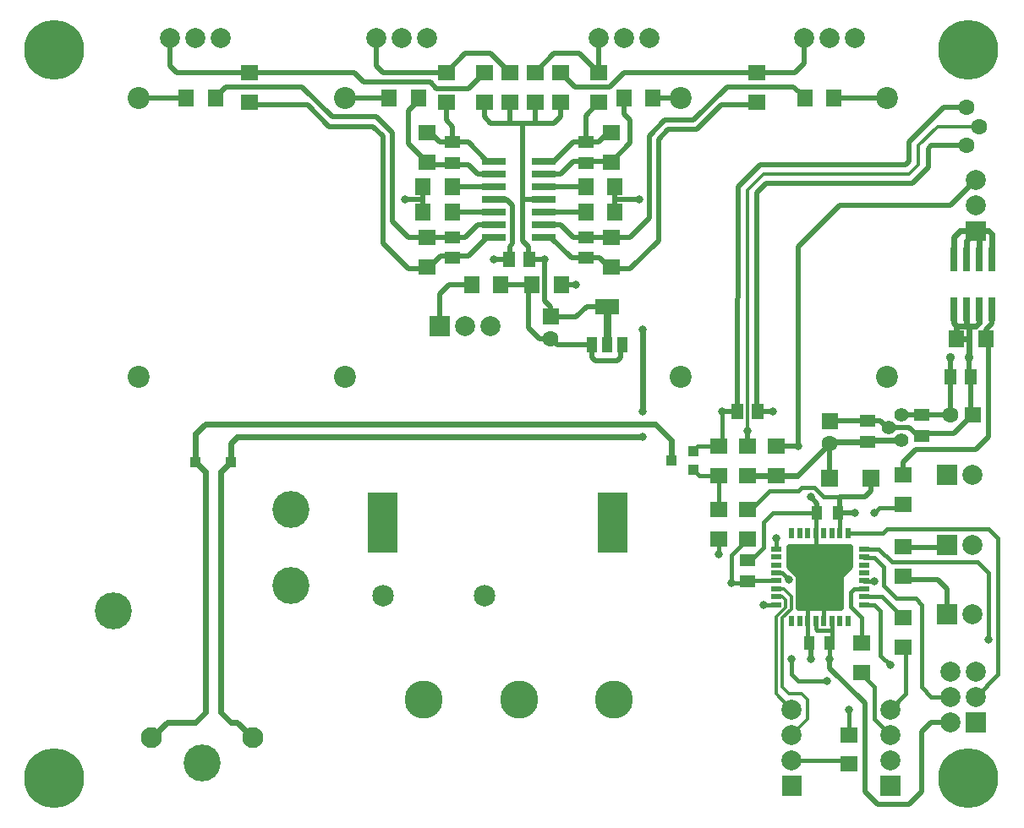
<source format=gbr>
%FSLAX34Y34*%
%MOMM*%
%LNCOPPER_TOP*%
G71*
G01*
%ADD10C, 3.700*%
%ADD11C, 2.100*%
%ADD12C, 2.000*%
%ADD13C, 2.200*%
%ADD14C, 1.600*%
%ADD15R, 2.400X0.800*%
%ADD16C, 2.000*%
%ADD17R, 1.000X1.600*%
%ADD18R, 2.400X1.600*%
%ADD19C, 0.800*%
%ADD20C, 3.800*%
%ADD21C, 2.160*%
%ADD22C, 0.500*%
%ADD23C, 0.800*%
%ADD24R, 1.200X1.500*%
%ADD25C, 0.900*%
%ADD26R, 0.500X1.000*%
%ADD27R, 1.000X0.500*%
%ADD28C, 1.400*%
%ADD29R, 1.500X1.200*%
%ADD30R, 1.100X1.400*%
%ADD31R, 1.100X1.100*%
%ADD32R, 1.000X1.020*%
%ADD33C, 0.600*%
%ADD34R, 0.800X2.400*%
%ADD35R, 1.700X1.800*%
%ADD36C, 0.400*%
%ADD37C, 0.300*%
%ADD38R, 1.800X1.500*%
%ADD39R, 1.500X1.800*%
%ADD40C, 6.000*%
%LPD*%
X431800Y384050D02*
G54D10*
D03*
X431800Y307850D02*
G54D10*
D03*
X254000Y282450D02*
G54D10*
D03*
X342900Y130050D02*
G54D10*
D03*
X393700Y155450D02*
G54D11*
D03*
X292100Y155450D02*
G54D11*
D03*
X311150Y857125D02*
G54D12*
D03*
X336550Y857125D02*
G54D12*
D03*
X361950Y857125D02*
G54D12*
D03*
X279400Y796800D02*
G54D13*
D03*
X279400Y517400D02*
G54D13*
D03*
X485775Y796800D02*
G54D13*
D03*
X485775Y517400D02*
G54D13*
D03*
X822325Y796800D02*
G54D13*
D03*
X822325Y517400D02*
G54D13*
D03*
X1028700Y796800D02*
G54D13*
D03*
X1028700Y517400D02*
G54D13*
D03*
X517525Y857125D02*
G54D12*
D03*
X542925Y857125D02*
G54D12*
D03*
X568325Y857125D02*
G54D12*
D03*
X739775Y857125D02*
G54D12*
D03*
X765175Y857125D02*
G54D12*
D03*
X790575Y857125D02*
G54D12*
D03*
X946150Y857125D02*
G54D12*
D03*
X971550Y857125D02*
G54D12*
D03*
X996950Y857125D02*
G54D12*
D03*
X1108075Y787275D02*
G54D14*
D03*
X1120775Y768225D02*
G54D14*
D03*
X1108075Y749175D02*
G54D14*
D03*
G36*
X1122425Y471300D02*
X1106425Y471300D01*
X1106425Y487300D01*
X1122425Y487300D01*
X1122425Y471300D01*
G37*
X1092200Y479300D02*
G54D14*
D03*
X635000Y733300D02*
G54D15*
D03*
X635000Y720600D02*
G54D15*
D03*
X635000Y707900D02*
G54D15*
D03*
X635000Y695200D02*
G54D15*
D03*
X635000Y682500D02*
G54D15*
D03*
X635000Y669800D02*
G54D15*
D03*
X635000Y657100D02*
G54D15*
D03*
X685000Y657100D02*
G54D15*
D03*
X685000Y669800D02*
G54D15*
D03*
X685000Y682500D02*
G54D15*
D03*
X685000Y695200D02*
G54D15*
D03*
X685000Y707900D02*
G54D15*
D03*
X685000Y720600D02*
G54D15*
D03*
X685000Y733300D02*
G54D15*
D03*
G36*
X571025Y578200D02*
X591025Y578200D01*
X591025Y558200D01*
X571025Y558200D01*
X571025Y578200D01*
G37*
X606425Y568200D02*
G54D16*
D03*
X631825Y568200D02*
G54D16*
D03*
X733425Y549150D02*
G54D17*
D03*
X748525Y549150D02*
G54D17*
D03*
X763625Y549150D02*
G54D17*
D03*
X748525Y588050D02*
G54D18*
D03*
G54D19*
X748425Y556150D02*
X748425Y581150D01*
X565150Y193550D02*
G54D20*
D03*
X660150Y193550D02*
G54D20*
D03*
X755150Y193550D02*
G54D20*
D03*
G36*
X508875Y401350D02*
X538875Y401350D01*
X538875Y341350D01*
X508875Y341350D01*
X508875Y401350D01*
G37*
G36*
X738875Y401350D02*
X768875Y401350D01*
X768875Y341350D01*
X738875Y341350D01*
X738875Y401350D01*
G37*
X625475Y298325D02*
G54D21*
D03*
X523875Y298325D02*
G54D21*
D03*
G54D22*
X311150Y857125D02*
X311150Y828550D01*
X317500Y822200D01*
X495300Y822200D01*
X504825Y812675D01*
X571500Y812675D01*
X577850Y806325D01*
X609600Y806325D01*
G54D22*
X517525Y857125D02*
X517525Y828550D01*
X523875Y822200D01*
X593725Y822200D01*
G54D22*
X635000Y720600D02*
X619125Y720600D01*
X609600Y730125D01*
X570612Y730125D01*
X568266Y732471D01*
G54D22*
X596900Y707900D02*
X635000Y707900D01*
G54D22*
X596900Y682500D02*
X635000Y682500D01*
G54D22*
X564321Y707959D02*
X564321Y682559D01*
G54D22*
X635000Y733300D02*
X628650Y733300D01*
X609600Y752350D01*
X581025Y752350D01*
X568325Y765050D01*
G54D22*
X279400Y796800D02*
X323850Y796800D01*
G54D22*
X635000Y669800D02*
X619125Y669800D01*
X606425Y657100D01*
X593725Y657100D01*
G54D22*
X635000Y657100D02*
X628650Y657100D01*
X609600Y638050D01*
X581796Y638050D01*
X568266Y624521D01*
G54D22*
X739775Y857125D02*
X739775Y822200D01*
G54D22*
X946150Y857125D02*
X946150Y831725D01*
X936625Y822200D01*
X765175Y822200D01*
X750888Y807912D01*
X715962Y807912D01*
X701675Y822200D01*
G54D22*
X723900Y707900D02*
X685000Y707900D01*
G54D22*
X685000Y682500D02*
X723900Y682500D01*
G54D22*
X756479Y707841D02*
X756479Y682441D01*
G54D22*
X485775Y796800D02*
X527050Y796800D01*
G54D22*
X609600Y806325D02*
X625475Y822200D01*
G54D22*
X587375Y822200D02*
X606425Y841250D01*
X631825Y841250D01*
X650875Y822200D01*
G54D22*
X739775Y822200D02*
X739775Y822325D01*
X720675Y841425D01*
X695500Y841425D01*
X676275Y822200D01*
G54D22*
X593725Y752350D02*
X593725Y768225D01*
X587375Y774575D01*
X587375Y789562D01*
X587316Y789621D01*
G54D22*
X559629Y796741D02*
X559629Y794454D01*
X549275Y784100D01*
X549275Y751462D01*
X568266Y732471D01*
G54D22*
X356429Y796741D02*
X356429Y797629D01*
X366712Y807912D01*
X442912Y807912D01*
X473075Y777750D01*
X517525Y777750D01*
X533400Y761875D01*
X533400Y672975D01*
X549275Y657100D01*
X568325Y657100D01*
G54D22*
X390466Y789621D02*
X448504Y789621D01*
X469900Y768225D01*
X514350Y768225D01*
X523875Y758700D01*
X523875Y650750D01*
X549275Y625350D01*
X567437Y625350D01*
X568266Y624521D01*
G54D22*
X685000Y695200D02*
X663575Y695200D01*
X663575Y771400D01*
G54D22*
X625416Y789621D02*
X625416Y777809D01*
X631825Y771400D01*
X695325Y771400D01*
X701675Y777750D01*
X701675Y789562D01*
X701616Y789621D01*
G54D22*
X676216Y789621D02*
X676216Y771459D01*
X676275Y771400D01*
G54D22*
X650816Y789621D02*
X650816Y771459D01*
X650875Y771400D01*
G54D22*
X765175Y796800D02*
X765175Y780925D01*
X771525Y774575D01*
X771525Y751579D01*
X752416Y732471D01*
G54D22*
X727075Y752350D02*
X739775Y752350D01*
X752475Y765050D01*
G54D22*
X727075Y752350D02*
X714375Y752350D01*
X695325Y733300D01*
G54D22*
X739716Y789621D02*
X737358Y789621D01*
X727075Y779338D01*
X727075Y752350D01*
G54D22*
X685000Y720600D02*
X701675Y720600D01*
X714375Y733300D01*
X751587Y733300D01*
X752416Y732471D01*
G54D22*
X797754Y796741D02*
X822266Y796741D01*
X822325Y796800D01*
G54D22*
X685000Y669800D02*
X701675Y669800D01*
X714375Y657100D01*
X752475Y657100D01*
G54D22*
X727075Y636500D02*
X740437Y636500D01*
X752416Y624521D01*
G54D22*
X727075Y636500D02*
X712750Y636500D01*
X692150Y657100D01*
G54D22*
X939800Y803150D02*
X935038Y807912D01*
X868362Y807912D01*
X835025Y774575D01*
X806450Y774575D01*
X790575Y758700D01*
X790575Y676150D01*
X771525Y657100D01*
X752475Y657100D01*
G54D22*
X898466Y789621D02*
X862771Y789621D01*
X838200Y765050D01*
X809625Y765050D01*
X800100Y755525D01*
X800100Y653925D01*
X771525Y625350D01*
X753246Y625350D01*
X752416Y624521D01*
G54D22*
X975554Y796741D02*
X1028641Y796741D01*
X1028700Y796800D01*
X546100Y695200D02*
G54D23*
D03*
X781050Y695200D02*
G54D23*
D03*
G54D22*
X546100Y695200D02*
X561975Y695200D01*
G54D22*
X781050Y695200D02*
X758825Y695200D01*
G54D22*
X635000Y695200D02*
X647700Y695200D01*
X654050Y688850D01*
X654050Y650750D01*
X650875Y647575D01*
X650875Y635510D01*
X650240Y634875D01*
G54D22*
X663575Y701550D02*
X663575Y653925D01*
X669925Y647575D01*
X669925Y635790D01*
X670840Y634875D01*
G36*
X1079025Y359125D02*
X1099025Y359125D01*
X1099025Y339125D01*
X1079025Y339125D01*
X1079025Y359125D01*
G37*
X1114025Y349125D02*
G54D16*
D03*
G36*
X1079025Y428975D02*
X1099025Y428975D01*
X1099025Y408975D01*
X1079025Y408975D01*
X1079025Y428975D01*
G37*
X1114025Y418975D02*
G54D16*
D03*
G36*
X1079025Y289275D02*
X1099025Y289275D01*
X1099025Y269275D01*
X1079025Y269275D01*
X1079025Y289275D01*
G37*
X1114025Y279275D02*
G54D16*
D03*
X1092200Y517400D02*
G54D24*
D03*
X1112800Y517400D02*
G54D24*
D03*
G36*
X700150Y585725D02*
X700150Y569725D01*
X684150Y569725D01*
X684150Y585725D01*
X700150Y585725D01*
G37*
X692150Y555500D02*
G54D14*
D03*
G54D22*
X748525Y588050D02*
X727875Y588050D01*
X717550Y577725D01*
X692150Y577725D01*
X635000Y634875D02*
G54D23*
D03*
X717550Y609475D02*
G54D23*
D03*
G54D22*
X635000Y634875D02*
X650240Y634875D01*
G54D22*
X717550Y609475D02*
X702563Y609475D01*
X702504Y609416D01*
G54D22*
X645354Y609416D02*
X669866Y609416D01*
X669925Y609475D01*
X669925Y566612D01*
X681038Y555500D01*
X692150Y555500D01*
G54D22*
X692150Y577725D02*
X692150Y587250D01*
X685800Y593600D01*
X685800Y634875D01*
X670840Y634875D01*
X685800Y634875D02*
G54D23*
D03*
G54D22*
X612775Y609475D02*
X590550Y609475D01*
X581025Y599950D01*
X581025Y568200D01*
G54D22*
X692150Y555500D02*
X698500Y549150D01*
X733425Y549150D01*
X733425Y536450D01*
X736600Y533275D01*
X758825Y533275D01*
X762000Y536450D01*
X762000Y547525D01*
X763625Y549150D01*
X1111250Y536450D02*
G54D25*
D03*
X1092200Y536450D02*
G54D25*
D03*
G54D22*
X1092200Y479300D02*
X1092200Y520575D01*
G54D22*
X1112800Y520575D02*
X1112800Y480925D01*
X1114425Y479300D01*
X933450Y272925D02*
G54D26*
D03*
X941450Y272925D02*
G54D26*
D03*
X949450Y272925D02*
G54D26*
D03*
X957450Y272925D02*
G54D26*
D03*
X965450Y272925D02*
G54D26*
D03*
X973450Y272925D02*
G54D26*
D03*
X981450Y272925D02*
G54D26*
D03*
X989450Y272925D02*
G54D26*
D03*
X933450Y360925D02*
G54D26*
D03*
X941450Y360925D02*
G54D26*
D03*
X949450Y360925D02*
G54D26*
D03*
X957450Y360925D02*
G54D26*
D03*
X965450Y360925D02*
G54D26*
D03*
X973450Y360925D02*
G54D26*
D03*
X981450Y360925D02*
G54D26*
D03*
X989450Y360925D02*
G54D26*
D03*
X1005450Y288925D02*
G54D27*
D03*
X1005450Y296925D02*
G54D27*
D03*
X1005450Y304925D02*
G54D27*
D03*
X1005450Y312925D02*
G54D27*
D03*
X1005450Y320925D02*
G54D27*
D03*
X1005450Y328925D02*
G54D27*
D03*
X1005450Y336925D02*
G54D27*
D03*
X1005450Y344925D02*
G54D27*
D03*
X917450Y288925D02*
G54D27*
D03*
X917450Y296925D02*
G54D27*
D03*
X917450Y304925D02*
G54D27*
D03*
X917450Y312925D02*
G54D27*
D03*
X917450Y320925D02*
G54D27*
D03*
X917450Y328925D02*
G54D27*
D03*
X917450Y336925D02*
G54D27*
D03*
X917450Y344925D02*
G54D27*
D03*
X1042988Y453900D02*
G54D28*
D03*
X1030288Y466600D02*
G54D28*
D03*
X1042988Y479300D02*
G54D28*
D03*
G36*
X979550Y480950D02*
X979550Y464950D01*
X963550Y464950D01*
X963550Y480950D01*
X979550Y480950D01*
G37*
X971550Y450725D02*
G54D14*
D03*
X1063625Y458345D02*
G54D29*
D03*
X1063625Y478945D02*
G54D29*
D03*
X1009650Y472950D02*
G54D29*
D03*
X1009650Y452350D02*
G54D29*
D03*
X950912Y250700D02*
G54D30*
D03*
X971512Y250700D02*
G54D30*
D03*
X958850Y380875D02*
G54D30*
D03*
X979450Y380875D02*
G54D30*
D03*
G54D22*
X1092200Y520575D02*
X1092200Y536450D01*
G36*
X1107600Y653450D02*
X1107600Y673450D01*
X1127600Y673450D01*
X1127600Y653450D01*
X1107600Y653450D01*
G37*
X1117600Y688850D02*
G54D16*
D03*
X1117600Y714250D02*
G54D16*
D03*
G36*
X923450Y97825D02*
X923450Y117825D01*
X943450Y117825D01*
X943450Y97825D01*
X923450Y97825D01*
G37*
X933450Y133225D02*
G54D16*
D03*
X933450Y158625D02*
G54D16*
D03*
X933450Y184025D02*
G54D16*
D03*
G36*
X1127600Y161325D02*
X1107600Y161325D01*
X1107600Y181325D01*
X1127600Y181325D01*
X1127600Y161325D01*
G37*
X1092200Y171325D02*
G54D12*
D03*
X1117600Y196725D02*
G54D12*
D03*
X1092200Y196725D02*
G54D12*
D03*
X1117600Y222125D02*
G54D12*
D03*
X1092200Y222125D02*
G54D12*
D03*
X834813Y442943D02*
G54D31*
D03*
X834813Y423943D02*
G54D31*
D03*
X812613Y433443D02*
G54D31*
D03*
X371475Y431675D02*
G54D32*
D03*
X336575Y431675D02*
G54D32*
D03*
G54D22*
X1041400Y479300D02*
X1092200Y479300D01*
G54D22*
X1114425Y479300D02*
X1095375Y460250D01*
X1057275Y460250D01*
X1050925Y466600D01*
X1028700Y466600D01*
G54D22*
X1028700Y466600D02*
X1022350Y472950D01*
X1009650Y472950D01*
G54D22*
X1009650Y472950D02*
X971550Y472950D01*
G54D33*
X1041400Y453900D02*
X1011200Y453900D01*
X1009650Y452350D01*
X973175Y452350D01*
X971550Y450725D01*
X1095375Y584875D02*
G54D34*
D03*
X1108075Y584875D02*
G54D34*
D03*
X1120775Y584875D02*
G54D34*
D03*
X1133475Y584875D02*
G54D34*
D03*
X1133475Y634875D02*
G54D34*
D03*
X1120775Y634875D02*
G54D34*
D03*
X1108075Y634875D02*
G54D34*
D03*
X1095375Y634875D02*
G54D34*
D03*
G54D22*
X1112800Y520575D02*
X1111250Y522125D01*
X1111250Y536450D01*
G54D33*
X1095375Y634875D02*
X1095375Y657100D01*
X1101725Y663450D01*
X1130300Y663450D01*
X1133475Y660275D01*
X1133475Y634875D01*
G54D33*
X1120775Y634875D02*
X1120775Y660275D01*
X1117600Y663450D01*
G54D33*
X1108075Y634875D02*
X1108075Y653925D01*
X1117600Y663450D01*
G54D33*
X1095375Y584875D02*
X1095375Y571375D01*
X1098550Y568200D01*
X1117600Y568200D01*
X1120775Y571375D01*
X1120775Y584875D01*
G54D33*
X1108075Y584875D02*
X1108075Y568200D01*
G54D33*
X1098550Y555500D02*
X1098550Y568200D01*
G54D33*
X1111250Y568200D02*
X1111250Y536450D01*
G54D33*
X1098550Y555500D02*
X1111250Y555500D01*
X1012825Y415800D02*
G54D35*
D03*
X971550Y415800D02*
G54D35*
D03*
G36*
X1021875Y97825D02*
X1021875Y117825D01*
X1041875Y117825D01*
X1041875Y97825D01*
X1021875Y97825D01*
G37*
X1031875Y133225D02*
G54D16*
D03*
X1031875Y158625D02*
G54D16*
D03*
X1031875Y184025D02*
G54D16*
D03*
G54D22*
X1044575Y418975D02*
X1044575Y431675D01*
X1057275Y444375D01*
X1117600Y444375D01*
X1130300Y457075D01*
X1130300Y554612D01*
X1131129Y555441D01*
G54D22*
X1133475Y584875D02*
X1133475Y570487D01*
X1127918Y564930D01*
X1127918Y555500D01*
G54D36*
X973450Y272925D02*
X973450Y251050D01*
X973100Y250700D01*
G54D36*
X949450Y272925D02*
X949450Y252162D01*
X950912Y250700D01*
G54D36*
X957450Y272925D02*
X957450Y264800D01*
X958850Y263400D01*
X973138Y263400D01*
G54D36*
X965450Y272925D02*
X965450Y283788D01*
X963612Y285625D01*
X949325Y285625D01*
X949325Y273050D01*
X949450Y272925D01*
G36*
X939800Y285625D02*
X939800Y317375D01*
X930275Y326900D01*
X930275Y347538D01*
X992188Y347538D01*
X992188Y326900D01*
X982662Y317375D01*
X982662Y285625D01*
X939800Y285625D01*
G37*
G54D22*
X939800Y285625D02*
X939800Y317375D01*
X930275Y326900D01*
X930275Y347538D01*
X992188Y347538D01*
X992188Y326900D01*
X982662Y317375D01*
X982662Y285625D01*
X939800Y285625D01*
G54D36*
X957450Y360925D02*
X957450Y347725D01*
X957262Y347538D01*
G54D36*
X957450Y360925D02*
X957450Y379475D01*
X958850Y380875D01*
G54D36*
X981450Y360925D02*
X981450Y378875D01*
X979450Y380875D01*
G54D22*
X1089025Y345950D02*
X1045463Y345950D01*
X1044634Y346779D01*
G54D22*
X1044575Y314200D02*
X1079500Y314200D01*
X1089025Y304675D01*
X1089025Y276100D01*
G54D22*
X971550Y450725D02*
X971550Y415800D01*
G54D22*
X1012825Y415800D02*
X1012825Y403100D01*
X1006475Y396750D01*
X981075Y396750D01*
X981075Y382500D01*
X979450Y380875D01*
X996950Y380875D02*
G54D23*
D03*
X971550Y234825D02*
G54D23*
D03*
G54D22*
X996950Y380875D02*
X979450Y380875D01*
G54D36*
X1031875Y184025D02*
X1047750Y199900D01*
X1047750Y240287D01*
X1044516Y243521D01*
G54D36*
X1005450Y296925D02*
X1023750Y296925D01*
X1044575Y276100D01*
G54D36*
X1005450Y304925D02*
X995612Y304925D01*
X992188Y301500D01*
X992188Y287212D01*
X1003300Y276100D01*
G54D36*
X971512Y250700D02*
X971512Y234862D01*
X971550Y234825D01*
G54D36*
X1003300Y276100D02*
X1003300Y250700D01*
G54D36*
X1003241Y218121D02*
X1004129Y218121D01*
X1016000Y206250D01*
X1016000Y174500D01*
X1031875Y158625D01*
X952500Y234825D02*
G54D23*
D03*
G54D22*
X952500Y234825D02*
X952500Y249112D01*
X950912Y250700D01*
X952500Y396750D02*
G54D23*
D03*
G54D22*
X958850Y380875D02*
X958850Y390400D01*
X952500Y396750D01*
G54D22*
X971550Y234825D02*
X971550Y225300D01*
X1006475Y190375D01*
X1006475Y101475D01*
X1019175Y88775D01*
X1050925Y88775D01*
X1063625Y101475D01*
X1063625Y161800D01*
X1073150Y171325D01*
X1092200Y171325D01*
G54D36*
X1092200Y196725D02*
X1073150Y196725D01*
X1063625Y206250D01*
X1063625Y288800D01*
X1057275Y295150D01*
X1038225Y295150D01*
X1025525Y307850D01*
X1025525Y326900D01*
X1016000Y336425D01*
X1005950Y336425D01*
X1005450Y336925D01*
G54D36*
X989450Y360925D02*
X1024625Y360925D01*
X1028700Y365000D01*
X1130300Y365000D01*
X1139825Y355475D01*
X1139825Y218950D01*
X1117600Y196725D01*
G54D36*
X1005450Y344925D02*
X1020200Y344925D01*
X1033462Y331662D01*
X1119188Y331662D01*
X1130300Y320550D01*
X1130300Y253875D01*
X1130300Y253875D02*
G54D23*
D03*
G54D37*
X917450Y296925D02*
X923738Y296925D01*
X927100Y293562D01*
X927100Y286419D01*
X917575Y276894D01*
G54D37*
X917450Y304925D02*
X925262Y304925D01*
X932656Y297531D01*
X932656Y284831D01*
X923925Y276100D01*
G54D37*
X933450Y184025D02*
X917575Y199900D01*
X917575Y276894D01*
G54D37*
X923925Y276100D02*
X923925Y206250D01*
X930275Y199900D01*
X942975Y199900D01*
X949325Y193550D01*
X949325Y174500D01*
X933450Y158625D01*
X939800Y447550D02*
G54D23*
D03*
X904875Y288800D02*
G54D23*
D03*
G54D36*
X904875Y288800D02*
X917325Y288800D01*
X917450Y288925D01*
X878522Y482475D02*
G54D24*
D03*
X899122Y482475D02*
G54D24*
D03*
X889000Y447550D02*
G54D38*
D03*
X889000Y418182D02*
G54D38*
D03*
X917575Y447550D02*
G54D38*
D03*
X917575Y418182D02*
G54D38*
D03*
G54D22*
X917575Y447550D02*
X939800Y447550D01*
G54D33*
X889000Y418182D02*
X939007Y418182D01*
X971550Y450725D01*
X889000Y463425D02*
G54D23*
D03*
G54D37*
X1120775Y768225D02*
X1079500Y768225D01*
X1060450Y749175D01*
X1060450Y730125D01*
X1050925Y720600D01*
X904875Y720600D01*
X889000Y704725D01*
X889000Y463425D01*
G54D22*
X889000Y463425D02*
X889000Y447550D01*
G54D22*
X1108075Y787275D02*
X1085850Y787275D01*
X1050925Y752350D01*
X1050925Y733300D01*
X1047750Y730125D01*
X901700Y730125D01*
X879475Y707900D01*
X878522Y482475D01*
X917575Y355475D02*
G54D23*
D03*
G54D36*
X917575Y355475D02*
X917575Y345050D01*
X917450Y344925D01*
G54D22*
X1108075Y749175D02*
X1073150Y749175D01*
X1069975Y746000D01*
X1069975Y726950D01*
X1054100Y711075D01*
X908050Y711075D01*
X898525Y701550D01*
X898525Y482475D01*
X863600Y482475D02*
G54D23*
D03*
G54D22*
X863600Y482475D02*
X878522Y482475D01*
X914400Y482475D02*
G54D23*
D03*
G54D22*
X914400Y482475D02*
X899122Y482475D01*
X1016000Y312612D02*
G54D23*
D03*
X1016000Y380875D02*
G54D23*
D03*
G54D36*
X1016000Y312612D02*
X1005762Y312612D01*
X1005450Y312925D01*
G54D36*
X1044516Y386396D02*
X1021521Y386396D01*
X1016000Y380875D01*
X968375Y212600D02*
G54D23*
D03*
X933450Y234825D02*
G54D23*
D03*
G54D36*
X933450Y234825D02*
X933450Y218950D01*
X939800Y212600D01*
X968375Y212600D01*
X873125Y311025D02*
G54D23*
D03*
G54D36*
X873125Y311025D02*
X885825Y311025D01*
X889000Y312650D01*
G54D36*
X917450Y312925D02*
X889275Y312925D01*
X889000Y312650D01*
X889000Y384050D02*
G54D38*
D03*
X889000Y354682D02*
G54D38*
D03*
G54D36*
X873125Y311025D02*
X873125Y338807D01*
X889000Y354682D01*
G54D36*
X889000Y333250D02*
X892175Y333250D01*
X904875Y345950D01*
X904875Y371350D01*
X914400Y380875D01*
X958850Y380875D01*
X930275Y314200D02*
G54D23*
D03*
X860425Y339600D02*
G54D23*
D03*
G54D36*
X917450Y320925D02*
X923550Y320925D01*
X930275Y314200D01*
X889000Y312650D02*
G54D29*
D03*
X889000Y333250D02*
G54D29*
D03*
X860425Y384050D02*
G54D38*
D03*
X860425Y354682D02*
G54D38*
D03*
X860425Y447550D02*
G54D38*
D03*
X860425Y418182D02*
G54D38*
D03*
G54D36*
X860425Y339600D02*
X860425Y354682D01*
G54D36*
X860425Y418182D02*
X860425Y384050D01*
G54D36*
X860425Y418182D02*
X840574Y418182D01*
X834813Y423943D01*
G54D36*
X860425Y447550D02*
X839420Y447550D01*
X834813Y442943D01*
G54D36*
X863600Y482475D02*
X863600Y450725D01*
X860425Y447550D01*
G54D33*
X336575Y431675D02*
X336575Y431650D01*
X346075Y422150D01*
X346075Y180850D01*
X336550Y171325D01*
X307975Y171325D01*
X292100Y155450D01*
G54D33*
X371475Y431675D02*
X361950Y422150D01*
X361950Y180850D01*
X371475Y171325D01*
X377825Y171325D01*
X393700Y155450D01*
G54D33*
X336575Y431675D02*
X336575Y460275D01*
X346075Y469775D01*
X796925Y469775D01*
X812800Y453900D01*
X812800Y433630D01*
X812613Y433443D01*
G54D33*
X371475Y431675D02*
X371475Y450725D01*
X377825Y457075D01*
X784225Y457075D01*
X784225Y457075D02*
G54D23*
D03*
X784225Y482475D02*
G54D23*
D03*
X784225Y565025D02*
G54D23*
D03*
G54D33*
X784225Y482475D02*
X784225Y565025D01*
X1003300Y250700D02*
G54D38*
D03*
X1003300Y221332D02*
G54D38*
D03*
X1044575Y276100D02*
G54D38*
D03*
X1044575Y246732D02*
G54D38*
D03*
X1044634Y346779D02*
G54D38*
D03*
X1044634Y317411D02*
G54D38*
D03*
X1044575Y418975D02*
G54D38*
D03*
X1044575Y389607D02*
G54D38*
D03*
X1098550Y555500D02*
G54D39*
D03*
X1127918Y555500D02*
G54D39*
D03*
X898525Y822200D02*
G54D38*
D03*
X898525Y792832D02*
G54D38*
D03*
X946186Y796741D02*
G54D39*
D03*
X975554Y796741D02*
G54D39*
D03*
X765175Y796800D02*
G54D39*
D03*
X794543Y796800D02*
G54D39*
D03*
X739775Y822200D02*
G54D38*
D03*
X739775Y792832D02*
G54D38*
D03*
X587375Y822200D02*
G54D38*
D03*
X587375Y792832D02*
G54D38*
D03*
X530262Y796741D02*
G54D39*
D03*
X559629Y796741D02*
G54D39*
D03*
X327061Y796741D02*
G54D39*
D03*
X356429Y796741D02*
G54D39*
D03*
X390525Y822200D02*
G54D38*
D03*
X390525Y792832D02*
G54D38*
D03*
X568266Y761839D02*
G54D38*
D03*
X568266Y732471D02*
G54D38*
D03*
X568325Y657100D02*
G54D38*
D03*
X568325Y627732D02*
G54D38*
D03*
G54D22*
X568325Y657100D02*
X593725Y657100D01*
X752475Y657100D02*
G54D38*
D03*
X752475Y627732D02*
G54D38*
D03*
X752416Y761839D02*
G54D38*
D03*
X752416Y732471D02*
G54D38*
D03*
X564321Y707959D02*
G54D39*
D03*
X593689Y707959D02*
G54D39*
D03*
X564321Y682559D02*
G54D39*
D03*
X593689Y682559D02*
G54D39*
D03*
X727111Y707841D02*
G54D39*
D03*
X756479Y707841D02*
G54D39*
D03*
X727111Y682441D02*
G54D39*
D03*
X756479Y682441D02*
G54D39*
D03*
X625475Y822200D02*
G54D38*
D03*
X625475Y792832D02*
G54D38*
D03*
X650875Y822200D02*
G54D38*
D03*
X650875Y792832D02*
G54D38*
D03*
X676275Y822200D02*
G54D38*
D03*
X676275Y792832D02*
G54D38*
D03*
X701675Y822200D02*
G54D38*
D03*
X701675Y792832D02*
G54D38*
D03*
X593725Y752350D02*
G54D29*
D03*
X593725Y731750D02*
G54D29*
D03*
X593725Y657100D02*
G54D29*
D03*
X593725Y636500D02*
G54D29*
D03*
X727075Y752350D02*
G54D29*
D03*
X727075Y731750D02*
G54D29*
D03*
X727075Y657100D02*
G54D29*
D03*
X727075Y636500D02*
G54D29*
D03*
X670840Y634875D02*
G54D24*
D03*
X650240Y634875D02*
G54D24*
D03*
X612775Y609475D02*
G54D39*
D03*
X642143Y609475D02*
G54D39*
D03*
X673136Y609416D02*
G54D39*
D03*
X702504Y609416D02*
G54D39*
D03*
G54D36*
X889000Y384050D02*
X892175Y384050D01*
X911225Y403100D01*
X939800Y403100D01*
X942975Y406275D01*
X955675Y406275D01*
X965200Y396750D01*
X981075Y396750D01*
X990600Y184025D02*
G54D23*
D03*
X990600Y158625D02*
G54D38*
D03*
X990600Y129257D02*
G54D38*
D03*
G54D36*
X933450Y133225D02*
X986632Y133225D01*
X990600Y129257D01*
G54D36*
X990600Y184025D02*
X990600Y158625D01*
X1031875Y228475D02*
G54D23*
D03*
G54D36*
X1031875Y228475D02*
X1022350Y238000D01*
X1022350Y282450D01*
X1016000Y288800D01*
X1005575Y288800D01*
X1005450Y288925D01*
X195000Y845000D02*
G54D40*
D03*
X195000Y115000D02*
G54D40*
D03*
X1110000Y115000D02*
G54D40*
D03*
X1110000Y845000D02*
G54D40*
D03*
G54D22*
X939800Y447550D02*
X939800Y647575D01*
X981075Y688850D01*
X1092200Y688850D01*
X1117600Y714250D01*
M02*

</source>
